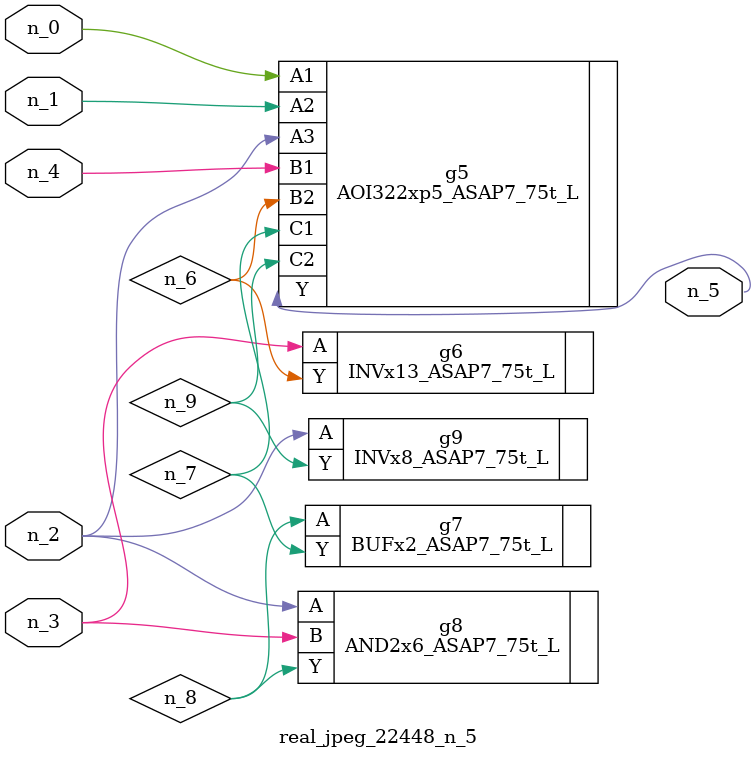
<source format=v>
module real_jpeg_22448_n_5 (n_4, n_0, n_1, n_2, n_3, n_5);

input n_4;
input n_0;
input n_1;
input n_2;
input n_3;

output n_5;

wire n_8;
wire n_6;
wire n_7;
wire n_9;

AOI322xp5_ASAP7_75t_L g5 ( 
.A1(n_0),
.A2(n_1),
.A3(n_2),
.B1(n_4),
.B2(n_6),
.C1(n_7),
.C2(n_9),
.Y(n_5)
);

AND2x6_ASAP7_75t_L g8 ( 
.A(n_2),
.B(n_3),
.Y(n_8)
);

INVx8_ASAP7_75t_L g9 ( 
.A(n_2),
.Y(n_9)
);

INVx13_ASAP7_75t_L g6 ( 
.A(n_3),
.Y(n_6)
);

BUFx2_ASAP7_75t_L g7 ( 
.A(n_8),
.Y(n_7)
);


endmodule
</source>
